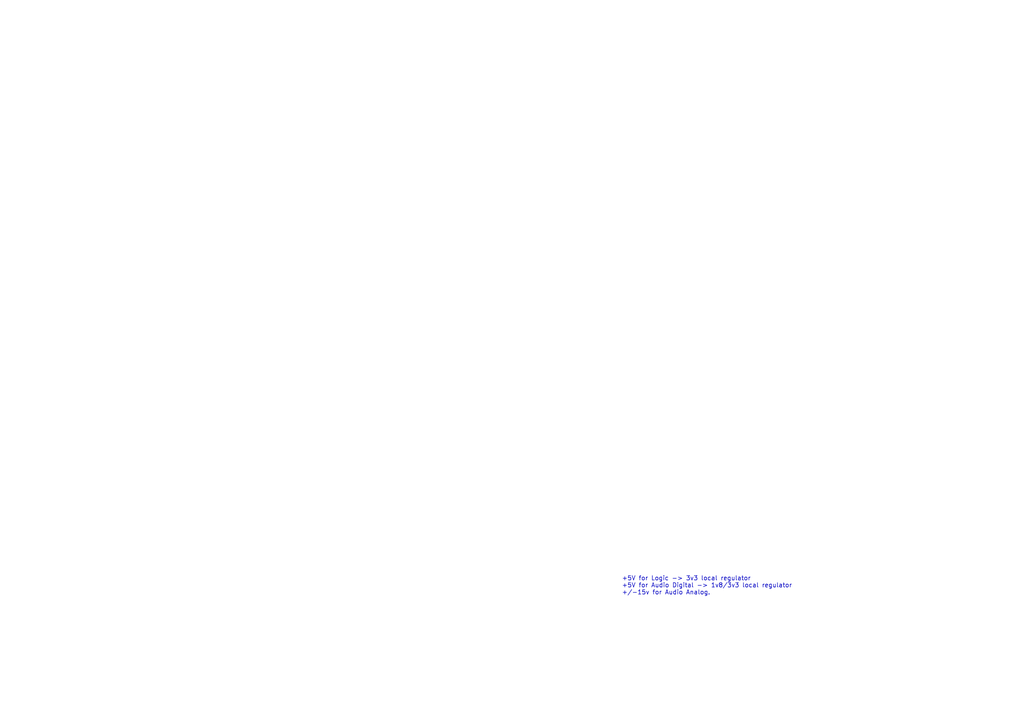
<source format=kicad_sch>
(kicad_sch (version 20230121) (generator eeschema)
  (paper "A4")
  (title_block (title "PSU") (date "01/2023") (rev "A") (comment 1 "Preampifier A/D"))
  (lib_symbols)
  (text "+5V for Logic -> 3v3 local regulator\n+5V for Audio Digital -> 1v8/3v3 local regulator\n+/-15v for Audio Analog." (at 180.34 172.72 0) (effects (font (size 1.27 1.27)) (justify left bottom)))
)
</source>
